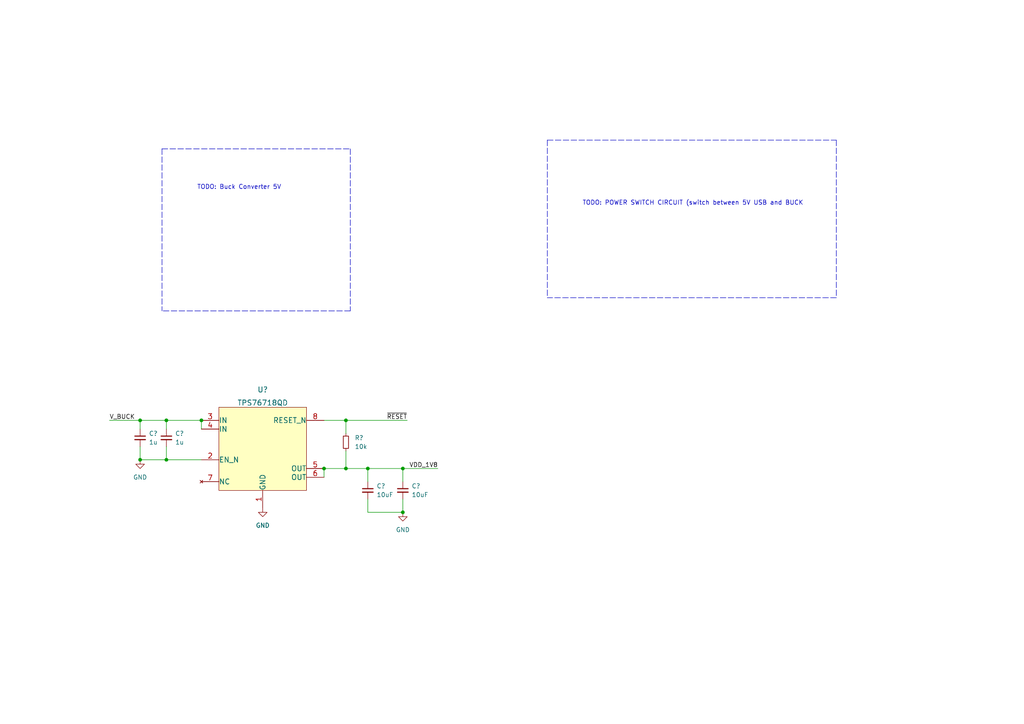
<source format=kicad_sch>
(kicad_sch (version 20211123) (generator eeschema)
  (paper "A4")
  (lib_symbols
    (symbol "Device:C_Small" (pin_numbers hide) (pin_names (offset 0.254) hide)
      (property "Reference" "C" (at 0.254 1.778 0))
      (property "Value" "C_Small" (at 0.254 -2.032 0))
      (symbol "C_Small_0_1"
        (polyline (pts (xy -1.524 -0.508) (xy 1.524 -0.508)) (stroke (width 0.3302)))
        (polyline (pts (xy -1.524 0.508) (xy 1.524 0.508)) (stroke (width 0.3048)))
      )
      (symbol "C_Small_1_1"
        (pin passive line (at 0 2.54 270) (length 2.032) (name "~") (number "1"))
        (pin passive line (at 0 -2.54 90) (length 2.032) (name "~") (number "2"))
      )
    )
    (symbol "Device:R_Small" (pin_numbers hide) (pin_names (offset 0.254) hide)
      (property "Reference" "R" (at 0.762 0.508 0))
      (property "Value" "R_Small" (at 0.762 -1.016 0))
      (symbol "R_Small_0_1"
        (rectangle (start -0.762 1.778) (end 0.762 -1.778) (stroke (width 0.2032)))
      )
      (symbol "R_Small_1_1"
        (pin passive line (at 0 2.54 270) (length 0.762) (name "~") (number "1"))
        (pin passive line (at 0 -2.54 90) (length 0.762) (name "~") (number "2"))
      )
    )
    (symbol "power:GND" (power) (pin_names (offset 0))
      (property "Value" "GND" (at 0 -3.81 0))
      (symbol "GND_0_1"
        (polyline (pts (xy 0 0) (xy 0 -1.27) (xy 1.27 -1.27) (xy 0 -2.54) (xy -1.27 -1.27) (xy 0 -1.27)))
      )
      (symbol "GND_1_1"
        (pin power_in line (at 0 0 270) (length 0) hide (name "GND") (number "1"))
      )
    )
    (symbol "project_sym_lib:TPS76718QD" (pin_names (offset 0.002))
      (property "Reference" "U" (at 0 2.54 0))
      (property "Value" "TPS76718QD" (at 0 0 0))
      (symbol "TPS76718QD_1_1"
        (rectangle (start -12.7 11.43) (end 12.7 -12.7) (fill (type background)))
        (pin power_in line (at 0 -17.78 90) (length 5.08) (name "GND") (number "1"))
        (pin input line (at -17.78 -3.81 0) (length 5.08) (name "EN_N") (number "2"))
        (pin power_in line (at -17.78 7.62 0) (length 5.08) (name "IN") (number "3"))
        (pin power_in line (at -17.78 5.08 0) (length 5.08) (name "IN") (number "4"))
        (pin power_out line (at 17.78 -6.35 180) (length 5.08) (name "OUT") (number "5"))
        (pin power_out line (at 17.78 -8.89 180) (length 5.08) (name "OUT") (number "6"))
        (pin no_connect line (at -17.78 -10.16 0) (length 5.08) (name "NC") (number "7"))
        (pin tri_state line (at 17.78 7.62 180) (length 5.08) (name "RESET_N") (number "8"))
      )
    )
  )
  (junction (at 48.26 133.35))
  (junction (at 40.64 133.35))
  (junction (at 100.33 135.89))
  (junction (at 93.98 135.89))
  (junction (at 116.84 148.59))
  (junction (at 40.64 121.92))
  (junction (at 116.84 135.89))
  (junction (at 100.33 121.92))
  (junction (at 48.26 121.92))
  (junction (at 106.68 135.89))
  (junction (at 58.42 121.92))
  (wire (pts (xy 116.84 144.78) (xy 116.84 148.59)))
  (polyline (pts (xy 158.75 40.64) (xy 158.75 86.36)))
  (polyline (pts (xy 46.99 43.18) (xy 101.6 43.18)))
  (wire (pts (xy 106.68 135.89) (xy 106.68 139.7)))
  (wire (pts (xy 40.64 124.46) (xy 40.64 121.92)))
  (wire (pts (xy 58.42 133.35) (xy 48.26 133.35)))
  (wire (pts (xy 106.68 135.89) (xy 116.84 135.89)))
  (wire (pts (xy 40.64 121.92) (xy 48.26 121.92)))
  (polyline (pts (xy 242.57 86.36) (xy 158.75 86.36)))
  (wire (pts (xy 116.84 135.89) (xy 127 135.89)))
  (wire (pts (xy 100.33 121.92) (xy 100.33 125.73)))
  (wire (pts (xy 48.26 124.46) (xy 48.26 121.92)))
  (polyline (pts (xy 158.75 40.64) (xy 242.57 40.64)))
  (polyline (pts (xy 101.6 43.18) (xy 101.6 90.17)))
  (wire (pts (xy 116.84 135.89) (xy 116.84 139.7)))
  (wire (pts (xy 48.26 121.92) (xy 58.42 121.92)))
  (wire (pts (xy 93.98 135.89) (xy 100.33 135.89)))
  (polyline (pts (xy 46.99 43.18) (xy 46.99 90.17)))
  (wire (pts (xy 100.33 121.92) (xy 118.11 121.92)))
  (wire (pts (xy 58.42 124.46) (xy 58.42 121.92)))
  (wire (pts (xy 100.33 130.81) (xy 100.33 135.89)))
  (wire (pts (xy 106.68 144.78) (xy 106.68 148.59)))
  (wire (pts (xy 93.98 138.43) (xy 93.98 135.89)))
  (polyline (pts (xy 101.6 90.17) (xy 46.99 90.17)))
  (wire (pts (xy 31.75 121.92) (xy 40.64 121.92)))
  (polyline (pts (xy 242.57 40.64) (xy 242.57 86.36)))
  (wire (pts (xy 40.64 133.35) (xy 40.64 129.54)))
  (wire (pts (xy 106.68 148.59) (xy 116.84 148.59)))
  (wire (pts (xy 100.33 135.89) (xy 106.68 135.89)))
  (wire (pts (xy 48.26 133.35) (xy 48.26 129.54)))
  (wire (pts (xy 40.64 133.35) (xy 48.26 133.35)))
  (wire (pts (xy 93.98 121.92) (xy 100.33 121.92)))
  (text "TODO: POWER SWITCH CIRCUIT (switch between 5V USB and BUCK" (at 168.91 59.69 0) (effects (font (size 1.27 1.27)) (justify left bottom)))
  (text "TODO: Buck Converter 5V\n\n" (at 57.15 57.15 0) (effects (font (size 1.27 1.27)) (justify left bottom)))
  (label "~{RESET}" (at 118.11 121.92 180))
  (label "V_BUCK" (at 31.75 121.92 0))
  (label "VDD_1V8" (at 127 135.89 180))
  (symbol (lib_id "Device:C_Small") (at 106.68 142.24 0) (unit 1)
    (property "Reference" "C?" (at 109.22 140.9762 0) (effects (justify left)))
    (property "Value" "10uF" (at 109.22 143.5162 0) (effects (justify left)))
  )
  (symbol (lib_id "Device:C_Small") (at 116.84 142.24 0) (unit 1)
    (property "Reference" "C?" (at 119.38 140.9762 0) (effects (justify left)))
    (property "Value" "10uF" (at 119.38 143.5162 0) (effects (justify left)))
  )
  (symbol (lib_id "Device:C_Small") (at 40.64 127 0) (unit 1)
    (property "Reference" "C?" (at 43.18 125.7362 0) (effects (justify left)))
    (property "Value" "1u" (at 43.18 128.2762 0) (effects (justify left)))
  )
  (symbol (lib_id "Device:R_Small") (at 100.33 128.27 0) (unit 1)
    (property "Reference" "R?" (at 102.87 126.9999 0) (effects (justify left)))
    (property "Value" "10k" (at 102.87 129.5399 0) (effects (justify left)))
  )
  (symbol (lib_id "power:GND") (at 116.84 148.59 0) (unit 1)
    (property "Reference" "#PWR?" (effects hide))
    (property "Value" "GND" (at 116.84 153.67 0))
  )
  (symbol (lib_id "project_sym_lib:TPS76718QD") (at 76.2 129.54 0) (unit 1)
    (property "Reference" "U?" (at 76.2 113.03 0) (effects (font (size 1.524 1.524))))
    (property "Value" "TPS76718QD" (at 76.2 116.84 0) (effects (font (size 1.524 1.524))))
    (property "Footprint" "D0008A_N" (effects hide))
    (property "Datasheet" "https://www.ti.com/lit/ds/slvs208j/slvs208j.pdf" (effects hide))
  )
  (symbol (lib_id "power:GND") (at 76.2 147.32 0) (unit 1)
    (property "Reference" "#PWR?" (effects hide))
    (property "Value" "GND" (at 76.2 152.4 0))
  )
  (symbol (lib_id "Device:C_Small") (at 48.26 127 0) (unit 1)
    (property "Reference" "C?" (at 50.8 125.7362 0) (effects (justify left)))
    (property "Value" "1u" (at 50.8 128.2762 0) (effects (justify left)))
  )
  (symbol (lib_id "power:GND") (at 40.64 133.35 0) (unit 1)
    (property "Reference" "#PWR?" (effects hide))
    (property "Value" "GND" (at 40.64 138.43 0))
  )
)
</source>
